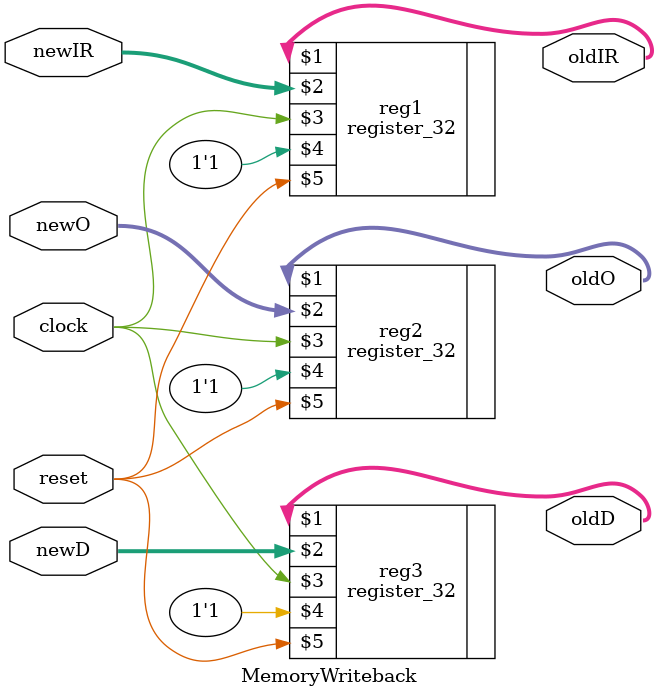
<source format=v>
module MemoryWriteback(
    output [31:0] oldIR, oldO, oldD,
    input [31:0] newIR, newO, newD,
    input clock, reset);

    register_32 reg1(oldIR, newIR, clock, 1'b1, reset);
    register_32 reg2(oldO, newO, clock, 1'b1, reset);
    register_32 reg3(oldD, newD, clock, 1'b1, reset);
endmodule

</source>
